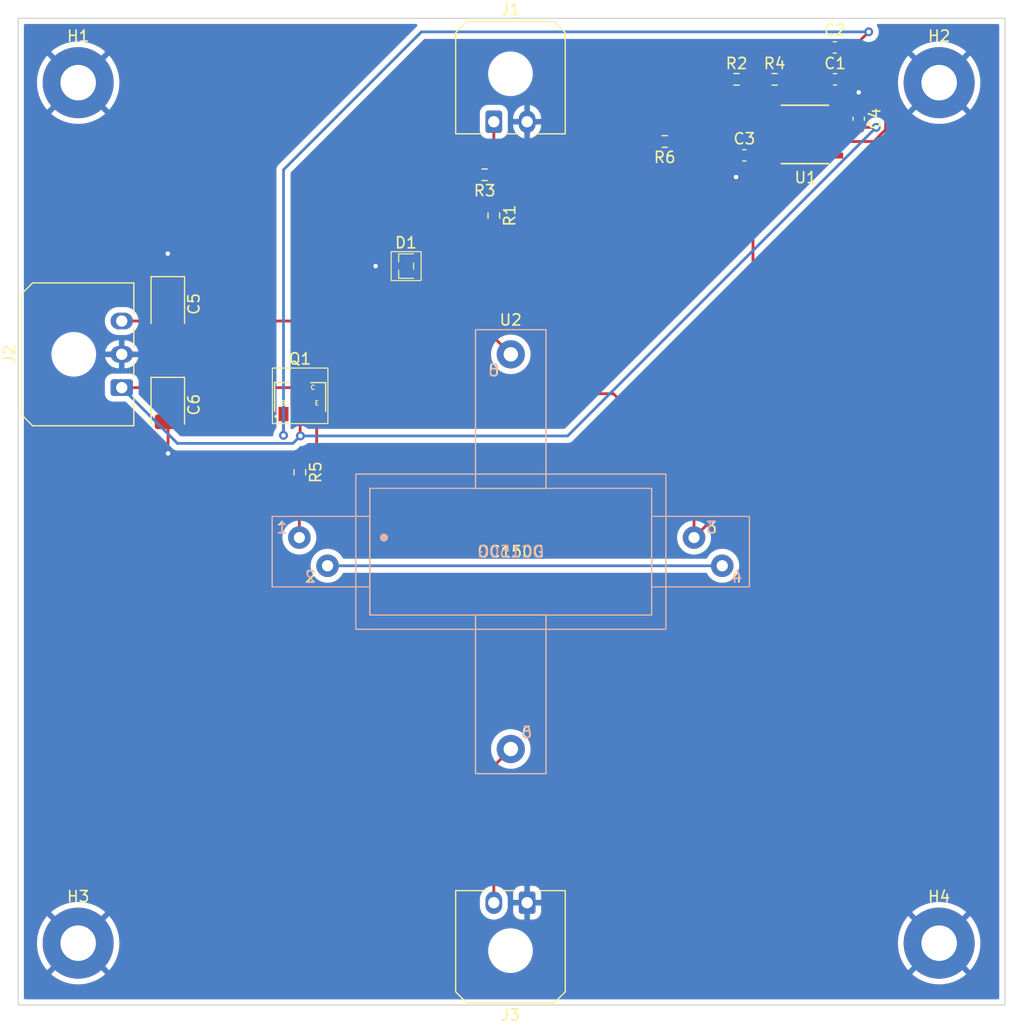
<source format=kicad_pcb>
(kicad_pcb (version 20211014) (generator pcbnew)
  (layers (0 "F.Cu" signal) (31 "B.Cu" signal) (34 "B.Paste" user) (35 "F.Paste" user) (36 "B.SilkS" user "B.Silkscreen") (37 "F.SilkS" user "F.Silkscreen") (38 "B.Mask" user) (39 "F.Mask" user) (44 "Edge.Cuts" user))
  (net 0 "")
  (net 1 "Net-(C1-Pad1)")
  (net 2 "Net-(C1-Pad2)")
  (net 3 "Net-(C2-Pad1)")
  (net 4 "GND")
  (net 5 "/VM6")
  (net 6 "/VP6")
  (net 7 "Net-(D1-Pad1)")
  (net 8 "/V_Control")
  (net 9 "/HV_Input")
  (net 10 "Net-(Q1-Pad1)")
  (net 11 "Net-(R5-Pad2)")
  (net 12 "Net-(R6-Pad1)")
  (net 16 "Net-(U2-Pad2)")
  (footprint "Capacitor_SMD:C_0603_1608Metric" (layer "F.Cu") (at 191.7 64.15 90)
    (fp_text reference "C4" (at 0 1.45 270) (layer "F.SilkS"))
    (fp_text value "0.1u")
    (fp_line (start -0.14058 0.51) (end 0.14058 0.51) (layer "F.SilkS") (width 0.12))
    (fp_line (start -0.14058 -0.51) (end 0.14058 -0.51) (layer "F.SilkS") (width 0.12))
    (pad "1" smd roundrect (at -0.775 0 90) (size 0.9 0.95) (layers "F.Cu" "F.Paste" "F.Mask") (net 6 "/VP6"))
    (pad "2" smd roundrect (at 0.775 0 90) (size 0.9 0.95) (layers "F.Cu" "F.Paste" "F.Mask") (net 4 "GND"))
  )
  (footprint "Resistor_SMD:R_0603_1608Metric" (layer "F.Cu") (at 158.825 72.875 -90)
    (fp_text reference "R1" (at 0 -1.43 90) (layer "F.SilkS"))
    (fp_text value "24.9k")
    (fp_line (start -0.237258 -0.5225) (end 0.237258 -0.5225) (layer "F.SilkS") (width 0.12))
    (fp_line (start -0.237258 0.5225) (end 0.237258 0.5225) (layer "F.SilkS") (width 0.12))
    (pad "1" smd roundrect (at -0.825 0 270) (size 0.8 0.95) (layers "F.Cu" "F.Paste" "F.Mask") (net 8 "/V_Control"))
    (pad "2" smd roundrect (at 0.825 0 270) (size 0.8 0.95) (layers "F.Cu" "F.Paste" "F.Mask") (net 7 "Net-(D1-Pad1)"))
  )
  (footprint "Resistor_SMD:R_0603_1608Metric" (layer "F.Cu") (at 184.125 60.6)
    (fp_text reference "R4" (at 0 -1.43) (layer "F.SilkS"))
    (fp_text value "1.54k")
    (fp_line (start -0.237258 -0.5225) (end 0.237258 -0.5225) (layer "F.SilkS") (width 0.12))
    (fp_line (start -0.237258 0.5225) (end 0.237258 0.5225) (layer "F.SilkS") (width 0.12))
    (pad "1" smd roundrect (at -0.825 0) (size 0.8 0.95) (layers "F.Cu" "F.Paste" "F.Mask") (net 3 "Net-(C2-Pad1)"))
    (pad "2" smd roundrect (at 0.825 0) (size 0.8 0.95) (layers "F.Cu" "F.Paste" "F.Mask") (net 1 "Net-(C1-Pad1)"))
  )
  (footprint "MountingHole:MountingHole_3.2mm_M3_Pad" (layer "F.Cu") (at 198.95 60.9)
    (fp_text reference "H2" (at 0 -4.2) (layer "F.SilkS"))
    (fp_text value "MountingHole_Pad")
    (pad "1" thru_hole circle (at 0 0) (size 6.4 6.4) (drill 3.2) (layers *.Cu *.Mask) (net 4 "GND"))
  )
  (footprint "Capacitor_Tantalum_SMD:CP_EIA-3528-21_Kemet-B" (layer "F.Cu") (at 129.45 89.9125 -90)
    (fp_text reference "C6" (at 0 -2.35 90) (layer "F.SilkS"))
    (fp_text value "22u")
    (fp_line (start 1.75 -1.51) (end -2.46 -1.51) (layer "F.SilkS") (width 0.12))
    (fp_line (start -2.46 1.51) (end 1.75 1.51) (layer "F.SilkS") (width 0.12))
    (fp_line (start -2.46 -1.51) (end -2.46 1.51) (layer "F.SilkS") (width 0.12))
    (pad "1" smd roundrect (at -1.5375 0 270) (size 1.325 2.35) (layers "F.Cu" "F.Paste" "F.Mask") (roundrect_rratio 0.1886792453) (net 6 "/VP6"))
    (pad "2" smd roundrect (at 1.5375 0 270) (size 1.325 2.35) (layers "F.Cu" "F.Paste" "F.Mask") (roundrect_rratio 0.1886792453) (net 4 "GND"))
  )
  (footprint "MountingHole:MountingHole_3.2mm_M3_Pad" (layer "F.Cu") (at 121.375 60.9)
    (fp_text reference "H1" (at 0 -4.2) (layer "F.SilkS"))
    (fp_text value "MountingHole_Pad")
    (pad "1" thru_hole circle (at 0 0) (size 6.4 6.4) (drill 3.2) (layers *.Cu *.Mask) (net 4 "GND"))
  )
  (footprint "MountingHole:MountingHole_3.2mm_M3_Pad" (layer "F.Cu") (at 121.375 138.425)
    (fp_text reference "H3" (at 0 -4.2) (layer "F.SilkS"))
    (fp_text value "MountingHole_Pad")
    (pad "1" thru_hole circle (at 0 0) (size 6.4 6.4) (drill 3.2) (layers *.Cu *.Mask) (net 4 "GND"))
  )
  (footprint "LT1468CS8#PBF:LT1468CS8#PBF_SO-8_S_LIT" (layer "F.Cu") (at 186.85 65.565)
    (fp_text reference "U1" (at 0.075 3.885 unlocked) (layer "F.SilkS"))
    (fp_text value "LT1468CS8-PBF")
    (fp_line (start 2.1209 -2.6289) (end -2.1209 -2.6289) (layer "F.SilkS") (width 0.1524))
    (fp_line (start -2.1209 2.6289) (end 2.1209 2.6289) (layer "F.SilkS") (width 0.1524))
    (pad "1" smd rect (at -2.72415 -1.905) (size 1.4605 0.5334) (layers "F.Cu" "F.Paste" "F.Mask"))
    (pad "2" smd rect (at -2.72415 -0.635) (size 1.4605 0.5334) (layers "F.Cu" "F.Paste" "F.Mask") (net 3 "Net-(C2-Pad1)"))
    (pad "3" smd rect (at -2.72415 0.635) (size 1.4605 0.5334) (layers "F.Cu" "F.Paste" "F.Mask") (net 12 "Net-(R6-Pad1)"))
    (pad "4" smd rect (at -2.72415 1.905) (size 1.4605 0.5334) (layers "F.Cu" "F.Paste" "F.Mask") (net 5 "/VM6"))
    (pad "5" smd rect (at 2.72415 1.905) (size 1.4605 0.5334) (layers "F.Cu" "F.Paste" "F.Mask"))
    (pad "6" smd rect (at 2.72415 0.635) (size 1.4605 0.5334) (layers "F.Cu" "F.Paste" "F.Mask") (net 2 "Net-(C1-Pad2)"))
    (pad "7" smd rect (at 2.72415 -0.635) (size 1.4605 0.5334) (layers "F.Cu" "F.Paste" "F.Mask") (net 6 "/VP6"))
    (pad "8" smd rect (at 2.72415 -1.905) (size 1.4605 0.5334) (layers "F.Cu" "F.Paste" "F.Mask"))
  )
  (footprint "DCT_HV_Widget:ZXTN10150DZ" (layer "F.Cu") (at 141.375 89.1125)
    (fp_text reference "Q1" (at -0.01 -3.33 unlocked) (layer "F.SilkS"))
    (fp_text value "ZXTN10150D")
    (fp_text user "B" (at -1.5 0.65 unlocked) (layer "F.SilkS") (effects (font (size 0.4 0.4) (thickness 0.08))))
    (fp_text user "C" (at 1.14 -0.75 unlocked) (layer "F.SilkS") (effects (font (size 0.4 0.4) (thickness 0.08))))
    (fp_text user "E" (at 1.5 0.65 unlocked) (layer "F.SilkS") (effects (font (size 0.4 0.4) (thickness 0.08))))
    (fp_line (start -2.29 -1.2) (end -0.95 -1.2) (layer "F.SilkS") (width 0.12))
    (fp_line (start 2.3 -1.19) (end 2.3 1.4) (layer "F.SilkS") (width 0.12))
    (fp_line (start -2.3 -1.2) (end -2.3 1.39) (layer "F.SilkS") (width 0.12))
    (fp_line (start 2.29 -1.19) (end 0.95 -1.19) (layer "F.SilkS") (width 0.12))
    (fp_rect (start -2.5 -2.5) (end 2.5 2.5) (layer "F.SilkS") (width 0.1) (fill none))
    (fp_circle (center -2.19 1.86) (end -2.158377 1.86) (layer "F.SilkS") (width 0.2) (fill solid))
    (pad "1" smd rect (at 1.49 1.65) (size 0.9 1.3) (layers "F.Cu" "F.Paste" "F.Mask") (net 10 "Net-(Q1-Pad1)"))
    (pad "2" smd rect (at -1.5 1.65) (size 0.9 1.3) (layers "F.Cu" "F.Paste" "F.Mask") (net 2 "Net-(C1-Pad2)"))
    (pad "3" smd rect (at 0 -0.7375 90) (size 3.125 1.732) (layers "F.Cu" "F.Paste" "F.Mask") (net 6 "/VP6"))
    (pad "3" smd rect (at 0 1.5625) (size 0.9 1.475) (layers "F.Cu" "F.Paste" "F.Mask") (net 6 "/VP6"))
  )
  (footprint "Capacitor_SMD:C_0603_1608Metric" (layer "F.Cu") (at 189.5733 60.6)
    (fp_text reference "C1" (at 0 -1.43) (layer "F.SilkS"))
    (fp_text value "330p")
    (fp_line (start -0.14058 0.51) (end 0.14058 0.51) (layer "F.SilkS") (width 0.12))
    (fp_line (start -0.14058 -0.51) (end 0.14058 -0.51) (layer "F.SilkS") (width 0.12))
    (pad "1" smd roundrect (at -0.775 0) (size 0.9 0.95) (layers "F.Cu" "F.Paste" "F.Mask") (net 1 "Net-(C1-Pad1)"))
    (pad "2" smd roundrect (at 0.775 0) (size 0.9 0.95) (layers "F.Cu" "F.Paste" "F.Mask") (net 2 "Net-(C1-Pad2)"))
  )
  (footprint "Resistor_SMD:R_0603_1608Metric" (layer "F.Cu") (at 158 69.2 180)
    (fp_text reference "R3" (at 0 -1.43) (layer "F.SilkS"))
    (fp_text value "49.9")
    (fp_line (start -0.237258 0.5225) (end 0.237258 0.5225) (layer "F.SilkS") (width 0.12))
    (fp_line (start -0.237258 -0.5225) (end 0.237258 -0.5225) (layer "F.SilkS") (width 0.12))
    (pad "1" smd roundrect (at -0.825 0 180) (size 0.8 0.95) (layers "F.Cu" "F.Paste" "F.Mask") (net 8 "/V_Control"))
    (pad "2" smd roundrect (at 0.825 0 180) (size 0.8 0.95) (layers "F.Cu" "F.Paste" "F.Mask") (net 4 "GND"))
  )
  (footprint "MountingHole:MountingHole_3.2mm_M3_Pad" (layer "F.Cu") (at 198.95 138.425)
    (fp_text reference "H4" (at 0 -4.2) (layer "F.SilkS"))
    (fp_text value "MountingHole_Pad")
    (pad "1" thru_hole circle (at 0 0) (size 6.4 6.4) (drill 3.2) (layers *.Cu *.Mask) (net 4 "GND"))
  )
  (footprint "Resistor_SMD:R_0603_1608Metric" (layer "F.Cu") (at 141.35 96 -90)
    (fp_text reference "R5" (at 0 -1.43 90) (layer "F.SilkS"))
    (fp_text value "90.9")
    (fp_line (start -0.237258 0.5225) (end 0.237258 0.5225) (layer "F.SilkS") (width 0.12))
    (fp_line (start -0.237258 -0.5225) (end 0.237258 -0.5225) (layer "F.SilkS") (width 0.12))
    (pad "1" smd roundrect (at -0.825 0 270) (size 0.8 0.95) (layers "F.Cu" "F.Paste" "F.Mask") (net 10 "Net-(Q1-Pad1)"))
    (pad "2" smd roundrect (at 0.825 0 270) (size 0.8 0.95) (layers "F.Cu" "F.Paste" "F.Mask") (net 11 "Net-(R5-Pad2)"))
  )
  (footprint "Connector_Molex:Molex_Micro-Fit_3.0_43650-0200_1x02_P3.00mm_Horizontal" (layer "F.Cu") (at 161.825 134.78 180)
    (fp_text reference "J3" (at 1.5 -10.12) (layer "F.SilkS"))
    (fp_text value "High Voltage")
    (fp_line (start -3.435 1.09) (end -3.435 -8.03) (layer "F.SilkS") (width 0.12))
    (fp_line (start -3.435 1.09) (end -1.01 1.09) (layer "F.SilkS") (width 0.12))
    (fp_line (start -3.435 -8.03) (end -2.435 -9.03) (layer "F.SilkS") (width 0.12))
    (fp_line (start 6.435 -8.03) (end 6.435 1.09) (layer "F.SilkS") (width 0.12))
    (fp_line (start 6.435 1.09) (end 3.651767 1.09) (layer "F.SilkS") (width 0.12))
    (fp_line (start 1.01 1.09) (end 2.348233 1.09) (layer "F.SilkS") (width 0.12))
    (fp_line (start -2.435 -9.03) (end 5.435 -9.03) (layer "F.SilkS") (width 0.12))
    (fp_line (start 5.435 -9.03) (end 6.435 -8.03) (layer "F.SilkS") (width 0.12))
    (pad "" np_thru_hole circle (at 1.5 -4.32 180) (size 3 3) (drill 3) (layers *.Cu *.Mask))
    (pad "1" thru_hole roundrect (at 0 0 180) (size 1.5 2.02) (drill 1.02) (layers *.Cu *.Mask) (roundrect_rratio 0.1666673333) (net 4 "GND"))
    (pad "2" thru_hole oval (at 3 0 180) (size 1.5 2.02) (drill 1.02) (layers *.Cu *.Mask) (net 9 "/HV_Input"))
  )
  (footprint "Connector_Molex:Molex_Micro-Fit_3.0_43650-0300_1x03_P3.00mm_Horizontal" (layer "F.Cu") (at 125.3 88.375 90)
    (fp_text reference "J2" (at 3 -10.12 90) (layer "F.SilkS"))
    (fp_text value "Bench Power Supply")
    (fp_line (start -3.435 1.09) (end -3.435 -8.03) (layer "F.SilkS") (width 0.12))
    (fp_line (start 3.651767 1.09) (end 5.348233 1.09) (layer "F.SilkS") (width 0.12))
    (fp_line (start 9.435 -8.03) (end 9.435 1.09) (layer "F.SilkS") (width 0.12))
    (fp_line (start -3.435 1.09) (end -1.01 1.09) (layer "F.SilkS") (width 0.12))
    (fp_line (start 1.01 1.09) (end 2.348233 1.09) (layer "F.SilkS") (width 0.12))
    (fp_line (start -3.435 -8.03) (end -2.435 -9.03) (layer "F.SilkS") (width 0.12))
    (fp_line (start -2.435 -9.03) (end 8.435 -9.03) (layer "F.SilkS") (width 0.12))
    (fp_line (start 8.435 -9.03) (end 9.435 -8.03) (layer "F.SilkS") (width 0.12))
    (fp_line (start 9.435 1.09) (end 6.651767 1.09) (layer "F.SilkS") (width 0.12))
    (pad "" np_thru_hole circle (at 3 -4.32 90) (size 3 3) (drill 3) (layers *.Cu *.Mask))
    (pad "1" thru_hole roundrect (at 0 0 90) (size 1.5 2.02) (drill 1.02) (layers *.Cu *.Mask) (roundrect_rratio 0.1666673333) (net 6 "/VP6"))
    (pad "2" thru_hole oval (at 3 0 90) (size 1.5 2.02) (drill 1.02) (layers *.Cu *.Mask) (net 4 "GND"))
    (pad "3" thru_hole oval (at 6 0 90) (size 1.5 2.02) (drill 1.02) (layers *.Cu *.Mask) (net 5 "/VM6"))
  )
  (footprint "Connector_Molex:Molex_Micro-Fit_3.0_43650-0200_1x02_P3.00mm_Horizontal" (layer "F.Cu") (at 158.825 64.42)
    (fp_text reference "J1" (at 1.5 -10.12) (layer "F.SilkS"))
    (fp_text value "Control Voltage")
    (fp_line (start 1.01 1.09) (end 2.348233 1.09) (layer "F.SilkS") (width 0.12))
    (fp_line (start 6.435 -8.03) (end 6.435 1.09) (layer "F.SilkS") (width 0.12))
    (fp_line (start -2.435 -9.03) (end 5.435 -9.03) (layer "F.SilkS") (width 0.12))
    (fp_line (start 6.435 1.09) (end 3.651767 1.09) (layer "F.SilkS") (width 0.12))
    (fp_line (start -3.435 1.09) (end -1.01 1.09) (layer "F.SilkS") (width 0.12))
    (fp_line (start 5.435 -9.03) (end 6.435 -8.03) (layer "F.SilkS") (width 0.12))
    (fp_line (start -3.435 1.09) (end -3.435 -8.03) (layer "F.SilkS") (width 0.12))
    (fp_line (start -3.435 -8.03) (end -2.435 -9.03) (layer "F.SilkS") (width 0.12))
    (pad "" np_thru_hole circle (at 1.5 -4.32) (size 3 3) (drill 3) (layers *.Cu *.Mask))
    (pad "1" thru_hole roundrect (at 0 0) (size 1.5 2.02) (drill 1.02) (layers *.Cu *.Mask) (roundrect_rratio 0.1666673333) (net 8 "/V_Control"))
    (pad "2" thru_hole oval (at 3 0) (size 1.5 2.02) (drill 1.02) (layers *.Cu *.Mask) (net 4 "GND"))
  )
  (footprint "DCT_HV_Widget:BAS21SW" (layer "F.Cu") (at 150.925 77.425)
    (fp_text reference "D1" (at -0.02 -2.1 unlocked) (layer "F.SilkS"))
    (fp_text value "BAS21SW")
    (fp_line (start 0.675 0.29) (end 0.675 -0.29) (layer "F.SilkS") (width 0.1))
    (fp_line (start -0.675 -1.1) (end -0.675 -1.1) (layer "F.SilkS") (width 0.1))
    (fp_line (start 0.675 -1.1) (end -0.675 -1.1) (layer "F.SilkS") (width 0.1))
    (fp_line (start -0.675 1.1) (end -0.675 0.36) (layer "F.SilkS") (width 0.1))
    (fp_line (start 0.675 1.1) (end -0.675 1.1) (layer "F.SilkS") (width 0.1))
    (fp_line (start -0.675 -0.36) (end -0.675 -1.1) (layer "F.SilkS") (width 0.1))
    (fp_rect (start -1.35 -1.3) (end 1.35 1.3) (layer "F.SilkS") (width 0.1) (fill none))
    (pad "1" smd rect (at 0.925 0.65) (size 0.55 0.6) (layers "F.Cu" "F.Paste" "F.Mask") (net 7 "Net-(D1-Pad1)"))
    (pad "2" smd rect (at 0.925 -0.65) (size 0.55 0.6) (layers "F.Cu" "F.Paste" "F.Mask") (net 7 "Net-(D1-Pad1)"))
    (pad "3" smd rect (at -0.925 0) (size 0.55 0.6) (layers "F.Cu" "F.Paste" "F.Mask") (net 4 "GND"))
  )
  (footprint "Resistor_SMD:R_0603_1608Metric" (layer "F.Cu") (at 174.225 66.2 180)
    (fp_text reference "R6" (at 0 -1.43) (layer "F.SilkS"))
    (fp_text value "1k")
    (fp_line (start -0.237258 -0.5225) (end 0.237258 -0.5225) (layer "F.SilkS") (width 0.12))
    (fp_line (start -0.237258 0.5225) (end 0.237258 0.5225) (layer "F.SilkS") (width 0.12))
    (pad "1" smd roundrect (at -0.825 0 180) (size 0.8 0.95) (layers "F.Cu" "F.Paste" "F.Mask") (net 12 "Net-(R6-Pad1)"))
    (pad "2" smd roundrect (at 0.825 0 180) (size 0.8 0.95) (layers "F.Cu" "F.Paste" "F.Mask") (net 7 "Net-(D1-Pad1)"))
  )
  (footprint "Capacitor_Tantalum_SMD:CP_EIA-3528-21_Kemet-B" (layer "F.Cu") (at 129.45 80.8375 -90)
    (fp_text reference "C5" (at 0 -2.35 90) (layer "F.SilkS"))
    (fp_text value "22u")
    (fp_line (start 1.75 -1.51) (end -2.46 -1.51) (layer "F.SilkS") (width 0.12))
    (fp_line (start -2.46 1.51) (end 1.75 1.51) (layer "F.SilkS") (width 0.12))
    (fp_line (start -2.46 -1.51) (end -2.46 1.51) (layer "F.SilkS") (width 0.12))
    (pad "1" smd roundrect (at -1.5375 0 270) (size 1.325 2.35) (layers "F.Cu" "F.Paste" "F.Mask") (roundrect_rratio 0.1886792453) (net 4 "GND"))
    (pad "2" smd roundrect (at 1.5375 0 270) (size 1.325 2.35) (layers "F.Cu" "F.Paste" "F.Mask") (roundrect_rratio 0.1886792453) (net 5 "/VM6"))
  )
  (footprint "Resistor_SMD:R_0603_1608Metric" (layer "F.Cu") (at 180.7 60.6)
    (fp_text reference "R2" (at 0 -1.43) (layer "F.SilkS"))
    (fp_text value "249")
    (fp_line (start -0.237258 -0.5225) (end 0.237258 -0.5225) (layer "F.SilkS") (width 0.12))
    (fp_line (start -0.237258 0.5225) (end 0.237258 0.5225) (layer "F.SilkS") (width 0.12))
    (pad "1" smd roundrect (at -0.825 0) (size 0.8 0.95) (layers "F.Cu" "F.Paste" "F.Mask") (net 4 "GND"))
    (pad "2" smd roundrect (at 0.825 0) (size 0.8 0.95) (layers "F.Cu" "F.Paste" "F.Mask") (net 3 "Net-(C2-Pad1)"))
  )
  (footprint "DCT_HV_Widget:OC150G_v2" (layer "F.Cu") (at 160.355 103.155)
    (fp_text reference "U2" (at -0.01 -20.88 unlocked) (layer "F.SilkS"))
    (fp_text value "OC150G")
    (fp_text user "1" (at -20.61 -2.17 unlocked) (layer "B.SilkS") (effects (font (size 1.016 1.016) (thickness 0.1524)) (justify mirror)))
    (fp_text user "6" (at 1.42 16.295 unlocked) (layer "B.SilkS") (effects (font (size 1.016 1.016) (thickness 0.1524)) (justify mirror)))
    (fp_text user "4" (at 20.36 2.27 unlocked) (layer "B.SilkS") (effects (font (size 1.016 1.016) (thickness 0.1524)) (justify mirror)))
    (fp_text user "5" (at -1.53 -16.33 unlocked) (layer "B.SilkS") (effects (font (size 1.016 1.016) (thickness 0.1524)) (justify mirror)))
    (fp_text user "2" (at -18.05 2.27 unlocked) (layer "B.SilkS") (effects (font (size 1.016 1.016) (thickness 0.1524)) (justify mirror)))
    (fp_text user "3" (at 18.09 -2.17 unlocked) (layer "B.SilkS") (effects (font (size 1.016 1.016) (thickness 0.1524)) (justify mirror)))
    (fp_text user "OC150G" (at 0 0 unlocked) (layer "B.SilkS") (effects (font (size 1.016 1.016) (thickness 0.1524)) (justify mirror)))
    (fp_text user "3" (at 18.09 -2.17 unlocked) (layer "F.SilkS") (effects (font (size 1.016 1.016) (thickness 0.1524))))
    (fp_text user "1" (at -20.61 -2.17 unlocked) (layer "F.SilkS") (effects (font (size 1.016 1.016) (thickness 0.1524))))
    (fp_text user "OC150G" (at 0 0 unlocked) (layer "F.SilkS") (effects (font (size 1.016 1.016) (thickness 0.1524))))
    (fp_text user "5" (at -1.53 -16.33 unlocked) (layer "F.SilkS") (effects (font (size 1.016 1.016) (thickness 0.1524))))
    (fp_text user "2" (at -18.05 2.27 unlocked) (layer "F.SilkS") (effects (font (size 1.016 1.016) (thickness 0.1524))))
    (fp_text user "6" (at 1.445 16.295 unlocked) (layer "F.SilkS") (effects (font (size 1.016 1.016) (thickness 0.1524))))
    (fp_text user "4" (at 20.36 2.27 unlocked) (layer "F.SilkS") (effects (font (size 1.016 1.016) (thickness 0.1524))))
    (fp_line (start -12.7 -5.715) (end -12.7 5.715) (layer "B.SilkS") (width 0.1016))
    (fp_line (start 12.7 -5.715) (end -12.7 -5.715) (layer "B.SilkS") (width 0.1016))
    (fp_line (start 12.7 -5.715) (end 12.7 5.715) (layer "B.SilkS") (width 0.1016))
    (fp_line (start 12.7 5.715) (end -12.7 5.715) (layer "B.SilkS") (width 0.1016))
    (fp_rect (start 3.175 5.715) (end -3.175 20) (layer "B.SilkS") (width 0.1016) (fill none))
    (fp_rect (start -12.7 3.175) (end -21.5 -3.175) (layer "B.SilkS") (width 0.1016) (fill none))
    (fp_rect (start 3.175 -20) (end -3.175 -5.715) (layer "B.SilkS") (width 0.1016) (fill none))
    (fp_rect (start 21.5 3.175) (end 12.7 -3.175) (layer "B.SilkS") (width 0.1016) (fill none))
    (fp_rect (start 13.97 -6.985) (end -13.97 6.985) (layer "B.SilkS") (width 0.1016) (fill none))
    (fp_circle (center -11.43 -1.27) (end -11.684 -1.27) (layer "B.SilkS") (width 0.2) (fill solid))
    (fp_line (start -12.7 -5.715) (end 12.7 -5.715) (layer "F.SilkS") (width 0.1016))
    (fp_line (start -12.7 5.715) (end 12.7 5.715) (layer "F.SilkS") (width 0.1016))
    (fp_line (start 12.7 -5.715) (end 12.7 5.715) (layer "F.SilkS") (width 0.1016))
    (fp_line (start -12.7 -5.715) (end -12.7 5.715) (layer "F.SilkS") (width 0.1016))
    (fp_rect (start -21.5 3.175) (end -12.7 -3.175) (layer "F.SilkS") (width 0.1016) (fill none))
    (fp_rect (start -3.175 -20) (end 3.175 -5.715) (layer "F.SilkS") (width 0.1016) (fill none))
    (fp_rect (start -13.97 -6.985) (end 13.97 6.985) (layer "F.SilkS") (width 0.1016) (fill none))
    (fp_rect (start -3.175 5.715) (end 3.175 20) (layer "F.SilkS") (width 0.1016) (fill none))
    (fp_rect (start 12.7 3.175) (end 21.5 -3.175) (layer "F.SilkS") (width 0.1016) (fill none))
    (fp_circle (center -11.43 -1.27) (end -11.176 -1.27) (layer "F.SilkS") (width 0.2) (fill solid))
    (pad "1" thru_hole circle (at -19.05 -1.27) (size 2.032 2.032) (drill 1) (layers *.Cu *.Mask) (net 11 "Net-(R5-Pad2)"))
    (pad "2" thru_hole circle (at -16.51 1.27) (size 2.032 2.032) (drill 1.016) (layers *.Cu *.Mask) (net 16 "Net-(U2-Pad2)"))
    (pad "3" thru_hole circle (at 16.51 -1.27) (size 2.032 2.032) (drill 1) (layers *.Cu *.Mask) (net 5 "/VM6"))
    (pad "4" thru_hole circle (at 19.05 1.27) (size 2.032 2.032) (drill 1.016) (layers *.Cu *.Mask) (net 16 "Net-(U2-Pad2)"))
    (pad "5" thru_hole circle (at 0 -17.78) (size 2.54 2.54) (drill 1.3) (layers *.Cu *.Mask) (net 7 "Net-(D1-Pad1)"))
    (pad "6" thru_hole circle (at 0 17.78) (size 2.54 2.54) (drill 1.3) (layers *.Cu *.Mask) (net 9 "/HV_Input"))
  )
  (footprint "Capacitor_SMD:C_0603_1608Metric" (layer "F.Cu") (at 189.55 57.725)
    (fp_text reference "C2" (at 0 -1.55) (layer "F.SilkS"))
    (fp_text value "10p")
    (fp_line (start -0.14058 -0.51) (end 0.14058 -0.51) (layer "F.SilkS") (width 0.12))
    (fp_line (start -0.14058 0.51) (end 0.14058 0.51) (layer "F.SilkS") (width 0.12))
    (pad "1" smd roundrect (at -0.775 0) (size 0.9 0.95) (layers "F.Cu" "F.Paste" "F.Mask") (net 3 "Net-(C2-Pad1)"))
    (pad "2" smd roundrect (at 0.775 0) (size 0.9 0.95) (layers "F.Cu" "F.Paste" "F.Mask") (net 2 "Net-(C1-Pad2)"))
  )
  (footprint "Capacitor_SMD:C_0603_1608Metric" (layer "F.Cu") (at 181.4 67.45)
    (fp_text reference "C3" (at 0 -1.499575) (layer "F.SilkS"))
    (fp_text value "0.1u")
    (fp_line (start -0.14058 -0.51) (end 0.14058 -0.51) (layer "F.SilkS") (width 0.12))
    (fp_line (start -0.14058 0.51) (end 0.14058 0.51) (layer "F.SilkS") (width 0.12))
    (pad "1" smd roundrect (at -0.775 0) (size 0.9 0.95) (layers "F.Cu" "F.Paste" "F.Mask") (net 4 "GND"))
    (pad "2" smd roundrect (at 0.775 0) (size 0.9 0.95) (layers "F.Cu" "F.Paste" "F.Mask") (net 5 "/VM6"))
  )
  (gr_rect (start 115.975 55.1) (end 204.875 144) (layer "Edge.Cuts") (width 0.1016) (fill none))
  (segment (start 184.95 60.6) (end 188.7983 60.6) (width 0.25) (layer "F.Cu") (net 1))
  (segment (start 194.125 62.95) (end 191.775 60.6) (width 0.25) (layer "F.Cu") (net 2))
  (segment (start 193.05 66.2) (end 194.125 65.125) (width 0.25) (layer "F.Cu") (net 2))
  (segment (start 194.125 65.125) (end 194.125 62.95) (width 0.25) (layer "F.Cu") (net 2))
  (segment (start 189.57415 66.2) (end 193.05 66.2) (width 0.25) (layer "F.Cu") (net 2))
  (segment (start 139.875 90.7625) (end 139.875 92.675) (width 0.25) (layer "F.Cu") (net 2))
  (segment (start 190.3483 60.6) (end 190.3483 57.7483) (width 0.25) (layer "F.Cu") (net 2))
  (segment (start 191.775 60.6) (end 190.3483 60.6) (width 0.25) (layer "F.Cu") (net 2))
  (segment (start 191.2 57.725) (end 192.6 56.325) (width 0.25) (layer "F.Cu") (net 2))
  (segment (start 190.325 57.725) (end 191.2 57.725) (width 0.25) (layer "F.Cu") (net 2))
  (segment (start 190.3483 57.7483) (end 190.325 57.725) (width 0.25) (layer "F.Cu") (net 2))
  (via (at 192.6 56.325) (size 0.8) (drill 0.4) (layers "F.Cu" "B.Cu") (net 2))
  (via (at 139.875 92.675) (size 0.8) (drill 0.4) (layers "F.Cu" "B.Cu") (net 2))
  (segment (start 139.875 68.75) (end 150.45 58.175) (width 0.25) (layer "B.Cu") (net 2))
  (segment (start 139.875 92.675) (end 139.875 68.75) (width 0.25) (layer "B.Cu") (net 2))
  (segment (start 150.45 58.175) (end 152.3 56.325) (width 0.25) (layer "B.Cu") (net 2))
  (segment (start 152.3 56.325) (end 192.6 56.325) (width 0.25) (layer "B.Cu") (net 2))
  (segment (start 186.175 57.725) (end 183.3 60.6) (width 0.25) (layer "F.Cu") (net 3))
  (segment (start 182.955 64.93) (end 181.525 63.5) (width 0.25) (layer "F.Cu") (net 3))
  (segment (start 183.3 60.6) (end 181.525 60.6) (width 0.25) (layer "F.Cu") (net 3))
  (segment (start 184.12585 64.93) (end 182.955 64.93) (width 0.25) (layer "F.Cu") (net 3))
  (segment (start 188.775 57.725) (end 186.175 57.725) (width 0.25) (layer "F.Cu") (net 3))
  (segment (start 181.525 63.5) (end 181.525 60.6) (width 0.25) (layer "F.Cu") (net 3))
  (segment (start 153.325 69.2) (end 148.175 74.35) (width 0.25) (layer "F.Cu") (net 4))
  (segment (start 180.625 67.45) (end 180.625 69.375) (width 0.25) (layer "F.Cu") (net 4))
  (segment (start 157.175 69.2) (end 153.325 69.2) (width 0.25) (layer "F.Cu") (net 4))
  (segment (start 148.175 74.35) (end 148.175 77.425) (width 0.25) (layer "F.Cu") (net 4))
  (segment (start 179.875 60.6) (end 176.055 64.42) (width 0.25) (layer "F.Cu") (net 4))
  (segment (start 148.175 77.425) (end 150 77.425) (width 0.25) (layer "F.Cu") (net 4))
  (segment (start 176.055 64.42) (end 161.825 64.42) (width 0.25) (layer "F.Cu") (net 4))
  (segment (start 129.475 94.3) (end 129.475 91.3) (width 0.25) (layer "F.Cu") (net 4))
  (segment (start 191.7 63.375) (end 191.7 61.775) (width 0.25) (layer "F.Cu") (net 4))
  (segment (start 129.45 79.3) (end 129.45 76.3) (width 0.25) (layer "F.Cu") (net 4))
  (segment (start 180.625 69.375) (end 180.65 69.4) (width 0.25) (layer "F.Cu") (net 4))
  (via (at 129.475 94.3) (size 0.8) (drill 0.4) (layers "F.Cu" "B.Cu") (net 4))
  (via (at 191.7 61.775) (size 0.8) (drill 0.4) (layers "F.Cu" "B.Cu") (net 4))
  (via (at 129.45 76.3) (size 0.8) (drill 0.4) (layers "F.Cu" "B.Cu") (net 4))
  (via (at 180.65 69.4) (size 0.8) (drill 0.4) (layers "F.Cu" "B.Cu") (net 4))
  (via (at 148.175 77.425) (size 0.8) (drill 0.4) (layers "F.Cu" "B.Cu") (net 4))
  (segment (start 182.175 96.575) (end 176.865 101.885) (width 0.25) (layer "F.Cu") (net 5))
  (segment (start 184.12585 67.47) (end 182.195 67.47) (width 0.25) (layer "F.Cu") (net 5))
  (segment (start 176.865 96.19) (end 176.865 101.885) (width 0.25) (layer "F.Cu") (net 5))
  (segment (start 169.6 88.925) (end 176.865 96.19) (width 0.25) (layer "F.Cu") (net 5))
  (segment (start 129.45 82.375) (end 146.125 82.375) (width 0.25) (layer "F.Cu") (net 5))
  (segment (start 129.45 82.375) (end 125.3 82.375) (width 0.25) (layer "F.Cu") (net 5))
  (segment (start 182.195 67.47) (end 182.175 67.45) (width 0.25) (layer "F.Cu") (net 5))
  (segment (start 152.675 88.925) (end 169.6 88.925) (width 0.25) (layer "F.Cu") (net 5))
  (segment (start 182.175 67.45) (end 182.175 96.575) (width 0.25) (layer "F.Cu") (net 5))
  (segment (start 146.125 82.375) (end 152.675 88.925) (width 0.25) (layer "F.Cu") (net 5))
  (segment (start 141.375 92.7) (end 141.4 92.725) (width 0.25) (layer "F.Cu") (net 6))
  (segment (start 191.7 64.925) (end 189.57915 64.925) (width 0.25) (layer "F.Cu") (net 6))
  (segment (start 129.45 88.375) (end 140.6375 88.375) (width 0.25) (layer "F.Cu") (net 6))
  (segment (start 193.275 64.925) (end 191.7 64.925) (width 0.25) (layer "F.Cu") (net 6))
  (segment (start 125.3 88.375) (end 129.45 88.375) (width 0.25) (layer "F.Cu") (net 6))
  (segment (start 141.375 90.675) (end 141.375 92.7) (width 0.25) (layer "F.Cu") (net 6))
  (segment (start 189.57915 64.925) (end 189.57415 64.93) (width 0.25) (layer "F.Cu") (net 6))
  (via (at 193.275 64.925) (size 0.8) (drill 0.4) (layers "F.Cu" "B.Cu") (net 6))
  (via (at 141.4 92.725) (size 0.8) (drill 0.4) (layers "F.Cu" "B.Cu") (net 6))
  (segment (start 165.475 92.725) (end 193.275 64.925) (width 0.25) (layer "B.Cu") (net 6))
  (segment (start 141.4 92.725) (end 140.725 93.4) (width 0.25) (layer "B.Cu") (net 6))
  (segment (start 140.725 93.4) (end 130.325 93.4) (width 0.25) (layer "B.Cu") (net 6))
  (segment (start 141.4 92.725) (end 165.475 92.725) (width 0.25) (layer "B.Cu") (net 6))
  (segment (start 130.325 93.4) (end 125.3 88.375) (width 0.25) (layer "B.Cu") (net 6))
  (segment (start 173.4 66.2) (end 165.9 73.7) (width 0.25) (layer "F.Cu") (net 7))
  (segment (start 151.85 78.075) (end 153.055 78.075) (width 0.25) (layer "F.Cu") (net 7))
  (segment (start 151.85 78.075) (end 151.85 76.775) (width 0.25) (layer "F.Cu") (net 7))
  (segment (start 165.9 73.7) (end 158.825 73.7) (width 0.25) (layer "F.Cu") (net 7))
  (segment (start 151.85 76.775) (end 155.75 76.775) (width 0.25) (layer "F.Cu") (net 7))
  (segment (start 155.75 76.775) (end 158.825 73.7) (width 0.25) (layer "F.Cu") (net 7))
  (segment (start 153.055 78.075) (end 160.355 85.375) (width 0.25) (layer "F.Cu") (net 7))
  (segment (start 158.825 69.2) (end 158.825 72.05) (width 0.25) (layer "F.Cu") (net 8))
  (segment (start 158.825 69.2) (end 158.825 64.42) (width 0.25) (layer "F.Cu") (net 8))
  (segment (start 158.825 134.78) (end 158.825 122.465) (width 0.25) (layer "F.Cu") (net 9))
  (segment (start 158.825 122.465) (end 160.355 120.935) (width 0.25) (layer "F.Cu") (net 9))
  (segment (start 142.865 93.66) (end 141.35 95.175) (width 0.25) (layer "F.Cu") (net 10))
  (segment (start 142.865 90.7625) (end 142.865 93.66) (width 0.25) (layer "F.Cu") (net 10))
  (segment (start 141.305 101.885) (end 141.305 96.87) (width 0.25) (layer "F.Cu") (net 11))
  (segment (start 141.305 96.87) (end 141.35 96.825) (width 0.25) (layer "F.Cu") (net 11))
  (segment (start 184.12585 66.2) (end 175.05 66.2) (width 0.25) (layer "F.Cu") (net 12))
  (segment (start 143.845 104.425) (end 179.405 104.425) (width 0.25) (layer "B.Cu") (net 16))
  (zone (net 4) (net_name "GND") (layer "B.Cu") (connect_pads (clearance 0.508)) (min_thickness 0.254) (fill yes (thermal_gap 0.508) (thermal_bridge_width 0.508))
    (polygon (pts (xy 205.05 144) (xy 116.175 144) (xy 116.15 55.125) (xy 205.05 55.1)))
  )
)
</source>
